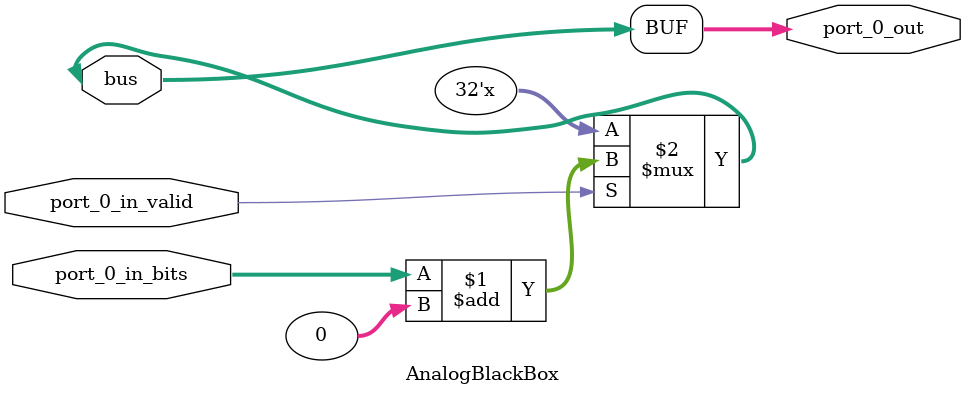
<source format=v>

module AnalogReaderBlackBox(
  inout [31:0] bus,
  output [31:0] out
);
  assign bus = 32'dz;
  assign out = bus;
endmodule

module AnalogWriterBlackBox(
  inout [31:0] bus,
  input [31:0] in
);
  assign bus = in;
endmodule

module AnalogBlackBox #(
  parameter index=0
) (
  inout [31:0] bus,
  input port_0_in_valid,
  input [31:0] port_0_in_bits,
  output [31:0] port_0_out
);
  assign port_0_out = bus;
  assign bus = (port_0_in_valid)? port_0_in_bits + index : 32'dZ;
endmodule

</source>
